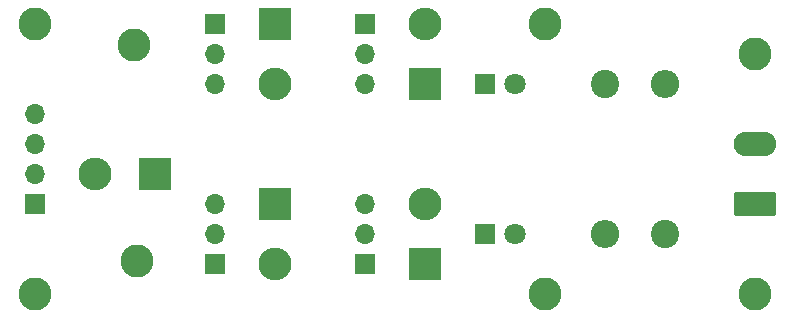
<source format=gbr>
%TF.GenerationSoftware,KiCad,Pcbnew,6.0.2+dfsg-1*%
%TF.CreationDate,2023-04-12T19:32:32+02:00*%
%TF.ProjectId,schema_H-brug,73636865-6d61-45f4-982d-627275672e6b,V1*%
%TF.SameCoordinates,Original*%
%TF.FileFunction,Soldermask,Top*%
%TF.FilePolarity,Negative*%
%FSLAX46Y46*%
G04 Gerber Fmt 4.6, Leading zero omitted, Abs format (unit mm)*
G04 Created by KiCad (PCBNEW 6.0.2+dfsg-1) date 2023-04-12 19:32:32*
%MOMM*%
%LPD*%
G01*
G04 APERTURE LIST*
G04 Aperture macros list*
%AMRoundRect*
0 Rectangle with rounded corners*
0 $1 Rounding radius*
0 $2 $3 $4 $5 $6 $7 $8 $9 X,Y pos of 4 corners*
0 Add a 4 corners polygon primitive as box body*
4,1,4,$2,$3,$4,$5,$6,$7,$8,$9,$2,$3,0*
0 Add four circle primitives for the rounded corners*
1,1,$1+$1,$2,$3*
1,1,$1+$1,$4,$5*
1,1,$1+$1,$6,$7*
1,1,$1+$1,$8,$9*
0 Add four rect primitives between the rounded corners*
20,1,$1+$1,$2,$3,$4,$5,0*
20,1,$1+$1,$4,$5,$6,$7,0*
20,1,$1+$1,$6,$7,$8,$9,0*
20,1,$1+$1,$8,$9,$2,$3,0*%
G04 Aperture macros list end*
%ADD10C,2.800000*%
%ADD11C,2.400000*%
%ADD12O,2.400000X2.400000*%
%ADD13R,1.700000X1.700000*%
%ADD14O,1.700000X1.700000*%
%ADD15RoundRect,0.249999X1.550001X-0.790001X1.550001X0.790001X-1.550001X0.790001X-1.550001X-0.790001X0*%
%ADD16O,3.600000X2.080000*%
%ADD17R,2.800000X2.800000*%
%ADD18O,2.800000X2.800000*%
%ADD19R,1.800000X1.800000*%
%ADD20C,1.800000*%
G04 APERTURE END LIST*
D10*
%TO.C,TP3*%
X125476000Y-98806000D03*
%TD*%
%TO.C,TP8*%
X177800000Y-81280000D03*
%TD*%
%TO.C,TP7*%
X160020000Y-101600000D03*
%TD*%
%TO.C,TP6*%
X160020000Y-78740000D03*
%TD*%
%TO.C,TP5*%
X177800000Y-101600000D03*
%TD*%
%TO.C,TP4*%
X125222000Y-80518000D03*
%TD*%
%TO.C,TP2*%
X116840000Y-78740000D03*
%TD*%
%TO.C,TP1*%
X116840000Y-101600000D03*
%TD*%
D11*
%TO.C,R2*%
X165100000Y-83820000D03*
D12*
X170180000Y-83820000D03*
%TD*%
D11*
%TO.C,R1*%
X170180000Y-96520000D03*
D12*
X165100000Y-96520000D03*
%TD*%
D13*
%TO.C,Q4*%
X132080000Y-78740000D03*
D14*
X132080000Y-81280000D03*
X132080000Y-83820000D03*
%TD*%
D13*
%TO.C,Q3*%
X132080000Y-99060000D03*
D14*
X132080000Y-96520000D03*
X132080000Y-93980000D03*
%TD*%
D13*
%TO.C,Q2*%
X144780000Y-99060000D03*
D14*
X144780000Y-96520000D03*
X144780000Y-93980000D03*
%TD*%
%TO.C,Q1*%
X144780000Y-83820000D03*
X144780000Y-81280000D03*
D13*
X144780000Y-78740000D03*
%TD*%
D15*
%TO.C,M1*%
X177800000Y-93980000D03*
D16*
X177800000Y-88900000D03*
%TD*%
D13*
%TO.C,J1*%
X116840000Y-93980000D03*
D14*
X116840000Y-91440000D03*
X116840000Y-88900000D03*
X116840000Y-86360000D03*
%TD*%
D17*
%TO.C,D7*%
X137160000Y-78740000D03*
D18*
X137160000Y-83820000D03*
%TD*%
D17*
%TO.C,D6*%
X137160000Y-93980000D03*
D18*
X137160000Y-99060000D03*
%TD*%
D19*
%TO.C,D5*%
X154940000Y-96520000D03*
D20*
X157480000Y-96520000D03*
%TD*%
D19*
%TO.C,D4*%
X154940000Y-83820000D03*
D20*
X157480000Y-83820000D03*
%TD*%
D17*
%TO.C,D3*%
X127000000Y-91440000D03*
D18*
X121920000Y-91440000D03*
%TD*%
D17*
%TO.C,D2*%
X149860000Y-99060000D03*
D18*
X149860000Y-93980000D03*
%TD*%
D17*
%TO.C,D1*%
X149860000Y-83820000D03*
D18*
X149860000Y-78740000D03*
%TD*%
M02*

</source>
